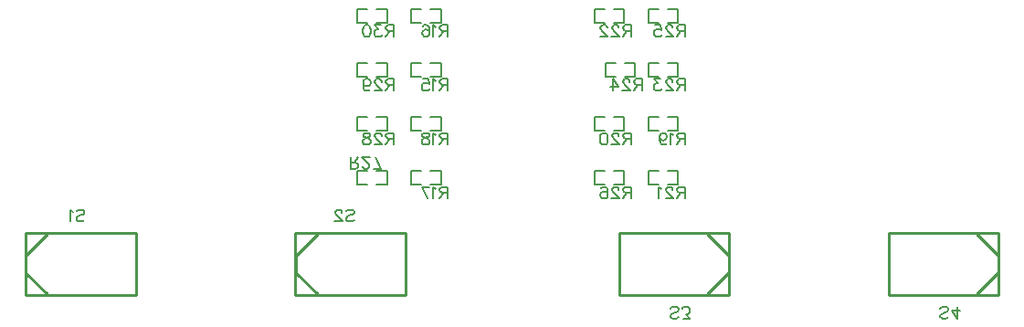
<source format=gbo>
G04 Layer: BottomSilkscreenLayer*
G04 EasyEDA v6.5.20, 2022-10-24 14:32:38*
G04 8d121422a4ac45e995a65f3fcbcb15b0,c6a1bf633b9a4ba285e4988a7d74c357,10*
G04 Gerber Generator version 0.2*
G04 Scale: 100 percent, Rotated: No, Reflected: No *
G04 Dimensions in millimeters *
G04 leading zeros omitted , absolute positions ,4 integer and 5 decimal *
%FSLAX45Y45*%
%MOMM*%

%ADD10C,0.1524*%
%ADD11C,0.2540*%

%LPD*%
D10*
X8799982Y-4384675D02*
G01*
X8799982Y-4493640D01*
X8799982Y-4384675D02*
G01*
X8753246Y-4384675D01*
X8737752Y-4389755D01*
X8732418Y-4395089D01*
X8727338Y-4405503D01*
X8727338Y-4415917D01*
X8732418Y-4426331D01*
X8737752Y-4431411D01*
X8753246Y-4436490D01*
X8799982Y-4436490D01*
X8763660Y-4436490D02*
G01*
X8727338Y-4493640D01*
X8693048Y-4405503D02*
G01*
X8682634Y-4400169D01*
X8666886Y-4384675D01*
X8666886Y-4493640D01*
X8570366Y-4384675D02*
G01*
X8622182Y-4384675D01*
X8627516Y-4431411D01*
X8622182Y-4426331D01*
X8606688Y-4420997D01*
X8591194Y-4420997D01*
X8575446Y-4426331D01*
X8565032Y-4436490D01*
X8559952Y-4452239D01*
X8559952Y-4462653D01*
X8565032Y-4478147D01*
X8575446Y-4488561D01*
X8591194Y-4493640D01*
X8606688Y-4493640D01*
X8622182Y-4488561D01*
X8627516Y-4483481D01*
X8632596Y-4473067D01*
X8799982Y-3884676D02*
G01*
X8799982Y-3993642D01*
X8799982Y-3884676D02*
G01*
X8753246Y-3884676D01*
X8737752Y-3889756D01*
X8732418Y-3895090D01*
X8727338Y-3905504D01*
X8727338Y-3915918D01*
X8732418Y-3926332D01*
X8737752Y-3931412D01*
X8753246Y-3936492D01*
X8799982Y-3936492D01*
X8763660Y-3936492D02*
G01*
X8727338Y-3993642D01*
X8693048Y-3905504D02*
G01*
X8682634Y-3900170D01*
X8666886Y-3884676D01*
X8666886Y-3993642D01*
X8570366Y-3900170D02*
G01*
X8575446Y-3889756D01*
X8591194Y-3884676D01*
X8601608Y-3884676D01*
X8617102Y-3889756D01*
X8627516Y-3905504D01*
X8632596Y-3931412D01*
X8632596Y-3957320D01*
X8627516Y-3978148D01*
X8617102Y-3988562D01*
X8601608Y-3993642D01*
X8596274Y-3993642D01*
X8580780Y-3988562D01*
X8570366Y-3978148D01*
X8565032Y-3962654D01*
X8565032Y-3957320D01*
X8570366Y-3941826D01*
X8580780Y-3931412D01*
X8596274Y-3926332D01*
X8601608Y-3926332D01*
X8617102Y-3931412D01*
X8627516Y-3941826D01*
X8632596Y-3957320D01*
X8799982Y-5384673D02*
G01*
X8799982Y-5493639D01*
X8799982Y-5384673D02*
G01*
X8753246Y-5384673D01*
X8737752Y-5389753D01*
X8732418Y-5395087D01*
X8727338Y-5405501D01*
X8727338Y-5415915D01*
X8732418Y-5426329D01*
X8737752Y-5431409D01*
X8753246Y-5436489D01*
X8799982Y-5436489D01*
X8763660Y-5436489D02*
G01*
X8727338Y-5493639D01*
X8693048Y-5405501D02*
G01*
X8682634Y-5400167D01*
X8666886Y-5384673D01*
X8666886Y-5493639D01*
X8559952Y-5384673D02*
G01*
X8612022Y-5493639D01*
X8632596Y-5384673D02*
G01*
X8559952Y-5384673D01*
X8799982Y-4884673D02*
G01*
X8799982Y-4993640D01*
X8799982Y-4884673D02*
G01*
X8753246Y-4884673D01*
X8737752Y-4889754D01*
X8732418Y-4895088D01*
X8727338Y-4905502D01*
X8727338Y-4915915D01*
X8732418Y-4926330D01*
X8737752Y-4931410D01*
X8753246Y-4936490D01*
X8799982Y-4936490D01*
X8763660Y-4936490D02*
G01*
X8727338Y-4993640D01*
X8693048Y-4905502D02*
G01*
X8682634Y-4900168D01*
X8666886Y-4884673D01*
X8666886Y-4993640D01*
X8606688Y-4884673D02*
G01*
X8622182Y-4889754D01*
X8627516Y-4900168D01*
X8627516Y-4910582D01*
X8622182Y-4920996D01*
X8612022Y-4926330D01*
X8591194Y-4931410D01*
X8575446Y-4936490D01*
X8565032Y-4946904D01*
X8559952Y-4957318D01*
X8559952Y-4973065D01*
X8565032Y-4983480D01*
X8570366Y-4988560D01*
X8585860Y-4993640D01*
X8606688Y-4993640D01*
X8622182Y-4988560D01*
X8627516Y-4983480D01*
X8632596Y-4973065D01*
X8632596Y-4957318D01*
X8627516Y-4946904D01*
X8617102Y-4936490D01*
X8601608Y-4931410D01*
X8580780Y-4926330D01*
X8570366Y-4920996D01*
X8565032Y-4910582D01*
X8565032Y-4900168D01*
X8570366Y-4889754D01*
X8585860Y-4884673D01*
X8606688Y-4884673D01*
X10999977Y-4884673D02*
G01*
X10999977Y-4993640D01*
X10999977Y-4884673D02*
G01*
X10953241Y-4884673D01*
X10937747Y-4889754D01*
X10932413Y-4895088D01*
X10927334Y-4905502D01*
X10927334Y-4915915D01*
X10932413Y-4926330D01*
X10937747Y-4931410D01*
X10953241Y-4936490D01*
X10999977Y-4936490D01*
X10963656Y-4936490D02*
G01*
X10927334Y-4993640D01*
X10893043Y-4905502D02*
G01*
X10882629Y-4900168D01*
X10866881Y-4884673D01*
X10866881Y-4993640D01*
X10765027Y-4920996D02*
G01*
X10770361Y-4936490D01*
X10780775Y-4946904D01*
X10796270Y-4952238D01*
X10801604Y-4952238D01*
X10817097Y-4946904D01*
X10827511Y-4936490D01*
X10832591Y-4920996D01*
X10832591Y-4915915D01*
X10827511Y-4900168D01*
X10817097Y-4889754D01*
X10801604Y-4884673D01*
X10796270Y-4884673D01*
X10780775Y-4889754D01*
X10770361Y-4900168D01*
X10765027Y-4920996D01*
X10765027Y-4946904D01*
X10770361Y-4973065D01*
X10780775Y-4988560D01*
X10796270Y-4993640D01*
X10806684Y-4993640D01*
X10822177Y-4988560D01*
X10827511Y-4978146D01*
X10499979Y-4884673D02*
G01*
X10499979Y-4993640D01*
X10499979Y-4884673D02*
G01*
X10453243Y-4884673D01*
X10437748Y-4889754D01*
X10432414Y-4895088D01*
X10427334Y-4905502D01*
X10427334Y-4915915D01*
X10432414Y-4926330D01*
X10437748Y-4931410D01*
X10453243Y-4936490D01*
X10499979Y-4936490D01*
X10463656Y-4936490D02*
G01*
X10427334Y-4993640D01*
X10387711Y-4910582D02*
G01*
X10387711Y-4905502D01*
X10382631Y-4895088D01*
X10377297Y-4889754D01*
X10366882Y-4884673D01*
X10346309Y-4884673D01*
X10335895Y-4889754D01*
X10330561Y-4895088D01*
X10325481Y-4905502D01*
X10325481Y-4915915D01*
X10330561Y-4926330D01*
X10340975Y-4941823D01*
X10393045Y-4993640D01*
X10320147Y-4993640D01*
X10254868Y-4884673D02*
G01*
X10270363Y-4889754D01*
X10280777Y-4905502D01*
X10285856Y-4931410D01*
X10285856Y-4946904D01*
X10280777Y-4973065D01*
X10270363Y-4988560D01*
X10254868Y-4993640D01*
X10244454Y-4993640D01*
X10228706Y-4988560D01*
X10218293Y-4973065D01*
X10213213Y-4946904D01*
X10213213Y-4931410D01*
X10218293Y-4905502D01*
X10228706Y-4889754D01*
X10244454Y-4884673D01*
X10254868Y-4884673D01*
X10999977Y-5384673D02*
G01*
X10999977Y-5493639D01*
X10999977Y-5384673D02*
G01*
X10953241Y-5384673D01*
X10937747Y-5389753D01*
X10932413Y-5395087D01*
X10927334Y-5405501D01*
X10927334Y-5415915D01*
X10932413Y-5426329D01*
X10937747Y-5431409D01*
X10953241Y-5436489D01*
X10999977Y-5436489D01*
X10963656Y-5436489D02*
G01*
X10927334Y-5493639D01*
X10887709Y-5410581D02*
G01*
X10887709Y-5405501D01*
X10882629Y-5395087D01*
X10877295Y-5389753D01*
X10866881Y-5384673D01*
X10846307Y-5384673D01*
X10835893Y-5389753D01*
X10830559Y-5395087D01*
X10825479Y-5405501D01*
X10825479Y-5415915D01*
X10830559Y-5426329D01*
X10840973Y-5441823D01*
X10893043Y-5493639D01*
X10820145Y-5493639D01*
X10785856Y-5405501D02*
G01*
X10775441Y-5400167D01*
X10759947Y-5384673D01*
X10759947Y-5493639D01*
X10499979Y-3884676D02*
G01*
X10499979Y-3993642D01*
X10499979Y-3884676D02*
G01*
X10453243Y-3884676D01*
X10437748Y-3889756D01*
X10432414Y-3895090D01*
X10427334Y-3905504D01*
X10427334Y-3915918D01*
X10432414Y-3926332D01*
X10437748Y-3931412D01*
X10453243Y-3936492D01*
X10499979Y-3936492D01*
X10463656Y-3936492D02*
G01*
X10427334Y-3993642D01*
X10387711Y-3910584D02*
G01*
X10387711Y-3905504D01*
X10382631Y-3895090D01*
X10377297Y-3889756D01*
X10366882Y-3884676D01*
X10346309Y-3884676D01*
X10335895Y-3889756D01*
X10330561Y-3895090D01*
X10325481Y-3905504D01*
X10325481Y-3915918D01*
X10330561Y-3926332D01*
X10340975Y-3941826D01*
X10393045Y-3993642D01*
X10320147Y-3993642D01*
X10280777Y-3910584D02*
G01*
X10280777Y-3905504D01*
X10275443Y-3895090D01*
X10270363Y-3889756D01*
X10259948Y-3884676D01*
X10239120Y-3884676D01*
X10228706Y-3889756D01*
X10223627Y-3895090D01*
X10218293Y-3905504D01*
X10218293Y-3915918D01*
X10223627Y-3926332D01*
X10234040Y-3941826D01*
X10285856Y-3993642D01*
X10213213Y-3993642D01*
X10999977Y-4384675D02*
G01*
X10999977Y-4493640D01*
X10999977Y-4384675D02*
G01*
X10953241Y-4384675D01*
X10937747Y-4389755D01*
X10932413Y-4395089D01*
X10927334Y-4405503D01*
X10927334Y-4415917D01*
X10932413Y-4426331D01*
X10937747Y-4431411D01*
X10953241Y-4436490D01*
X10999977Y-4436490D01*
X10963656Y-4436490D02*
G01*
X10927334Y-4493640D01*
X10887709Y-4410582D02*
G01*
X10887709Y-4405503D01*
X10882629Y-4395089D01*
X10877295Y-4389755D01*
X10866881Y-4384675D01*
X10846307Y-4384675D01*
X10835893Y-4389755D01*
X10830559Y-4395089D01*
X10825479Y-4405503D01*
X10825479Y-4415917D01*
X10830559Y-4426331D01*
X10840973Y-4441825D01*
X10893043Y-4493640D01*
X10820145Y-4493640D01*
X10775441Y-4384675D02*
G01*
X10718291Y-4384675D01*
X10749534Y-4426331D01*
X10734039Y-4426331D01*
X10723625Y-4431411D01*
X10718291Y-4436490D01*
X10713211Y-4452239D01*
X10713211Y-4462653D01*
X10718291Y-4478147D01*
X10728706Y-4488561D01*
X10744454Y-4493640D01*
X10759947Y-4493640D01*
X10775441Y-4488561D01*
X10780775Y-4483481D01*
X10785856Y-4473067D01*
X10599978Y-4384675D02*
G01*
X10599978Y-4493640D01*
X10599978Y-4384675D02*
G01*
X10553242Y-4384675D01*
X10537748Y-4389755D01*
X10532414Y-4395089D01*
X10527334Y-4405503D01*
X10527334Y-4415917D01*
X10532414Y-4426331D01*
X10537748Y-4431411D01*
X10553242Y-4436490D01*
X10599978Y-4436490D01*
X10563656Y-4436490D02*
G01*
X10527334Y-4493640D01*
X10487710Y-4410582D02*
G01*
X10487710Y-4405503D01*
X10482630Y-4395089D01*
X10477296Y-4389755D01*
X10466882Y-4384675D01*
X10446308Y-4384675D01*
X10435894Y-4389755D01*
X10430560Y-4395089D01*
X10425480Y-4405503D01*
X10425480Y-4415917D01*
X10430560Y-4426331D01*
X10440974Y-4441825D01*
X10493044Y-4493640D01*
X10420146Y-4493640D01*
X10334040Y-4384675D02*
G01*
X10385856Y-4457319D01*
X10307878Y-4457319D01*
X10334040Y-4384675D02*
G01*
X10334040Y-4493640D01*
X10999977Y-3884676D02*
G01*
X10999977Y-3993642D01*
X10999977Y-3884676D02*
G01*
X10953241Y-3884676D01*
X10937747Y-3889756D01*
X10932413Y-3895090D01*
X10927334Y-3905504D01*
X10927334Y-3915918D01*
X10932413Y-3926332D01*
X10937747Y-3931412D01*
X10953241Y-3936492D01*
X10999977Y-3936492D01*
X10963656Y-3936492D02*
G01*
X10927334Y-3993642D01*
X10887709Y-3910584D02*
G01*
X10887709Y-3905504D01*
X10882629Y-3895090D01*
X10877295Y-3889756D01*
X10866881Y-3884676D01*
X10846307Y-3884676D01*
X10835893Y-3889756D01*
X10830559Y-3895090D01*
X10825479Y-3905504D01*
X10825479Y-3915918D01*
X10830559Y-3926332D01*
X10840973Y-3941826D01*
X10893043Y-3993642D01*
X10820145Y-3993642D01*
X10723625Y-3884676D02*
G01*
X10775441Y-3884676D01*
X10780775Y-3931412D01*
X10775441Y-3926332D01*
X10759947Y-3920998D01*
X10744454Y-3920998D01*
X10728706Y-3926332D01*
X10718291Y-3936492D01*
X10713211Y-3952240D01*
X10713211Y-3962654D01*
X10718291Y-3978148D01*
X10728706Y-3988562D01*
X10744454Y-3993642D01*
X10759947Y-3993642D01*
X10775441Y-3988562D01*
X10780775Y-3983482D01*
X10785856Y-3973068D01*
X10499979Y-5384673D02*
G01*
X10499979Y-5493639D01*
X10499979Y-5384673D02*
G01*
X10453243Y-5384673D01*
X10437748Y-5389753D01*
X10432414Y-5395087D01*
X10427334Y-5405501D01*
X10427334Y-5415915D01*
X10432414Y-5426329D01*
X10437748Y-5431409D01*
X10453243Y-5436489D01*
X10499979Y-5436489D01*
X10463656Y-5436489D02*
G01*
X10427334Y-5493639D01*
X10387711Y-5410581D02*
G01*
X10387711Y-5405501D01*
X10382631Y-5395087D01*
X10377297Y-5389753D01*
X10366882Y-5384673D01*
X10346309Y-5384673D01*
X10335895Y-5389753D01*
X10330561Y-5395087D01*
X10325481Y-5405501D01*
X10325481Y-5415915D01*
X10330561Y-5426329D01*
X10340975Y-5441823D01*
X10393045Y-5493639D01*
X10320147Y-5493639D01*
X10223627Y-5400167D02*
G01*
X10228706Y-5389753D01*
X10244454Y-5384673D01*
X10254868Y-5384673D01*
X10270363Y-5389753D01*
X10280777Y-5405501D01*
X10285856Y-5431409D01*
X10285856Y-5457317D01*
X10280777Y-5478145D01*
X10270363Y-5488559D01*
X10254868Y-5493639D01*
X10249534Y-5493639D01*
X10234040Y-5488559D01*
X10223627Y-5478145D01*
X10218293Y-5462651D01*
X10218293Y-5457317D01*
X10223627Y-5441823D01*
X10234040Y-5431409D01*
X10249534Y-5426329D01*
X10254868Y-5426329D01*
X10270363Y-5431409D01*
X10280777Y-5441823D01*
X10285856Y-5457317D01*
X7899984Y-5215305D02*
G01*
X7899984Y-5106339D01*
X7899984Y-5215305D02*
G01*
X7946720Y-5215305D01*
X7962214Y-5210225D01*
X7967548Y-5204891D01*
X7972628Y-5194477D01*
X7972628Y-5184063D01*
X7967548Y-5173649D01*
X7962214Y-5168569D01*
X7946720Y-5163489D01*
X7899984Y-5163489D01*
X7936306Y-5163489D02*
G01*
X7972628Y-5106339D01*
X8012252Y-5189397D02*
G01*
X8012252Y-5194477D01*
X8017332Y-5204891D01*
X8022666Y-5210225D01*
X8033080Y-5215305D01*
X8053654Y-5215305D01*
X8064068Y-5210225D01*
X8069402Y-5204891D01*
X8074482Y-5194477D01*
X8074482Y-5184063D01*
X8069402Y-5173649D01*
X8058988Y-5158155D01*
X8006918Y-5106339D01*
X8079816Y-5106339D01*
X8186750Y-5215305D02*
G01*
X8134934Y-5106339D01*
X8114106Y-5215305D02*
G01*
X8186750Y-5215305D01*
X8299983Y-4884673D02*
G01*
X8299983Y-4993640D01*
X8299983Y-4884673D02*
G01*
X8253247Y-4884673D01*
X8237753Y-4889754D01*
X8232419Y-4895088D01*
X8227339Y-4905502D01*
X8227339Y-4915915D01*
X8232419Y-4926330D01*
X8237753Y-4931410D01*
X8253247Y-4936490D01*
X8299983Y-4936490D01*
X8263661Y-4936490D02*
G01*
X8227339Y-4993640D01*
X8187715Y-4910582D02*
G01*
X8187715Y-4905502D01*
X8182635Y-4895088D01*
X8177301Y-4889754D01*
X8166887Y-4884673D01*
X8146313Y-4884673D01*
X8135899Y-4889754D01*
X8130565Y-4895088D01*
X8125485Y-4905502D01*
X8125485Y-4915915D01*
X8130565Y-4926330D01*
X8140979Y-4941823D01*
X8193049Y-4993640D01*
X8120151Y-4993640D01*
X8059953Y-4884673D02*
G01*
X8075447Y-4889754D01*
X8080781Y-4900168D01*
X8080781Y-4910582D01*
X8075447Y-4920996D01*
X8065033Y-4926330D01*
X8044459Y-4931410D01*
X8028711Y-4936490D01*
X8018297Y-4946904D01*
X8013217Y-4957318D01*
X8013217Y-4973065D01*
X8018297Y-4983480D01*
X8023631Y-4988560D01*
X8039125Y-4993640D01*
X8059953Y-4993640D01*
X8075447Y-4988560D01*
X8080781Y-4983480D01*
X8085861Y-4973065D01*
X8085861Y-4957318D01*
X8080781Y-4946904D01*
X8070367Y-4936490D01*
X8054873Y-4931410D01*
X8034045Y-4926330D01*
X8023631Y-4920996D01*
X8018297Y-4910582D01*
X8018297Y-4900168D01*
X8023631Y-4889754D01*
X8039125Y-4884673D01*
X8059953Y-4884673D01*
X8299983Y-4384675D02*
G01*
X8299983Y-4493640D01*
X8299983Y-4384675D02*
G01*
X8253247Y-4384675D01*
X8237753Y-4389755D01*
X8232419Y-4395089D01*
X8227339Y-4405503D01*
X8227339Y-4415917D01*
X8232419Y-4426331D01*
X8237753Y-4431411D01*
X8253247Y-4436490D01*
X8299983Y-4436490D01*
X8263661Y-4436490D02*
G01*
X8227339Y-4493640D01*
X8187715Y-4410582D02*
G01*
X8187715Y-4405503D01*
X8182635Y-4395089D01*
X8177301Y-4389755D01*
X8166887Y-4384675D01*
X8146313Y-4384675D01*
X8135899Y-4389755D01*
X8130565Y-4395089D01*
X8125485Y-4405503D01*
X8125485Y-4415917D01*
X8130565Y-4426331D01*
X8140979Y-4441825D01*
X8193049Y-4493640D01*
X8120151Y-4493640D01*
X8018297Y-4420997D02*
G01*
X8023631Y-4436490D01*
X8034045Y-4446905D01*
X8049539Y-4452239D01*
X8054873Y-4452239D01*
X8070367Y-4446905D01*
X8080781Y-4436490D01*
X8085861Y-4420997D01*
X8085861Y-4415917D01*
X8080781Y-4400169D01*
X8070367Y-4389755D01*
X8054873Y-4384675D01*
X8049539Y-4384675D01*
X8034045Y-4389755D01*
X8023631Y-4400169D01*
X8018297Y-4420997D01*
X8018297Y-4446905D01*
X8023631Y-4473067D01*
X8034045Y-4488561D01*
X8049539Y-4493640D01*
X8059953Y-4493640D01*
X8075447Y-4488561D01*
X8080781Y-4478147D01*
X8299983Y-3884676D02*
G01*
X8299983Y-3993642D01*
X8299983Y-3884676D02*
G01*
X8253247Y-3884676D01*
X8237753Y-3889756D01*
X8232419Y-3895090D01*
X8227339Y-3905504D01*
X8227339Y-3915918D01*
X8232419Y-3926332D01*
X8237753Y-3931412D01*
X8253247Y-3936492D01*
X8299983Y-3936492D01*
X8263661Y-3936492D02*
G01*
X8227339Y-3993642D01*
X8182635Y-3884676D02*
G01*
X8125485Y-3884676D01*
X8156473Y-3926332D01*
X8140979Y-3926332D01*
X8130565Y-3931412D01*
X8125485Y-3936492D01*
X8120151Y-3952240D01*
X8120151Y-3962654D01*
X8125485Y-3978148D01*
X8135899Y-3988562D01*
X8151393Y-3993642D01*
X8166887Y-3993642D01*
X8182635Y-3988562D01*
X8187715Y-3983482D01*
X8193049Y-3973068D01*
X8054873Y-3884676D02*
G01*
X8070367Y-3889756D01*
X8080781Y-3905504D01*
X8085861Y-3931412D01*
X8085861Y-3946906D01*
X8080781Y-3973068D01*
X8070367Y-3988562D01*
X8054873Y-3993642D01*
X8044459Y-3993642D01*
X8028711Y-3988562D01*
X8018297Y-3973068D01*
X8013217Y-3946906D01*
X8013217Y-3931412D01*
X8018297Y-3905504D01*
X8028711Y-3889756D01*
X8044459Y-3884676D01*
X8054873Y-3884676D01*
X5360619Y-5611799D02*
G01*
X5371033Y-5601385D01*
X5386527Y-5596305D01*
X5407355Y-5596305D01*
X5422849Y-5601385D01*
X5433263Y-5611799D01*
X5433263Y-5622213D01*
X5428183Y-5632627D01*
X5422849Y-5637961D01*
X5412435Y-5643041D01*
X5381193Y-5653455D01*
X5371033Y-5658535D01*
X5365699Y-5663869D01*
X5360619Y-5674283D01*
X5360619Y-5689777D01*
X5371033Y-5700191D01*
X5386527Y-5705271D01*
X5407355Y-5705271D01*
X5422849Y-5700191D01*
X5433263Y-5689777D01*
X5326329Y-5617133D02*
G01*
X5315915Y-5611799D01*
X5300167Y-5596305D01*
X5300167Y-5705271D01*
X7860614Y-5611799D02*
G01*
X7871028Y-5601385D01*
X7886522Y-5596305D01*
X7907350Y-5596305D01*
X7922844Y-5601385D01*
X7933258Y-5611799D01*
X7933258Y-5622213D01*
X7928178Y-5632627D01*
X7922844Y-5637961D01*
X7912430Y-5643041D01*
X7881188Y-5653455D01*
X7871028Y-5658535D01*
X7865694Y-5663869D01*
X7860614Y-5674283D01*
X7860614Y-5689777D01*
X7871028Y-5700191D01*
X7886522Y-5705271D01*
X7907350Y-5705271D01*
X7922844Y-5700191D01*
X7933258Y-5689777D01*
X7820990Y-5622213D02*
G01*
X7820990Y-5617133D01*
X7815910Y-5606719D01*
X7810576Y-5601385D01*
X7800162Y-5596305D01*
X7779588Y-5596305D01*
X7769174Y-5601385D01*
X7763840Y-5606719D01*
X7758760Y-5617133D01*
X7758760Y-5627547D01*
X7763840Y-5637961D01*
X7774254Y-5653455D01*
X7826324Y-5705271D01*
X7753426Y-5705271D01*
X10939348Y-6588175D02*
G01*
X10928934Y-6598589D01*
X10913440Y-6603669D01*
X10892612Y-6603669D01*
X10877118Y-6598589D01*
X10866704Y-6588175D01*
X10866704Y-6577761D01*
X10871784Y-6567347D01*
X10877118Y-6562013D01*
X10887532Y-6556933D01*
X10918774Y-6546519D01*
X10928934Y-6541439D01*
X10934268Y-6536105D01*
X10939348Y-6525691D01*
X10939348Y-6510197D01*
X10928934Y-6499783D01*
X10913440Y-6494703D01*
X10892612Y-6494703D01*
X10877118Y-6499783D01*
X10866704Y-6510197D01*
X10984052Y-6603669D02*
G01*
X11041202Y-6603669D01*
X11010214Y-6562013D01*
X11025708Y-6562013D01*
X11036122Y-6556933D01*
X11041202Y-6551853D01*
X11046536Y-6536105D01*
X11046536Y-6525691D01*
X11041202Y-6510197D01*
X11030788Y-6499783D01*
X11015294Y-6494703D01*
X10999800Y-6494703D01*
X10984052Y-6499783D01*
X10978972Y-6504863D01*
X10973638Y-6515277D01*
X13439343Y-6588175D02*
G01*
X13428929Y-6598589D01*
X13413435Y-6603669D01*
X13392607Y-6603669D01*
X13377113Y-6598589D01*
X13366699Y-6588175D01*
X13366699Y-6577761D01*
X13371779Y-6567347D01*
X13377113Y-6562013D01*
X13387527Y-6556933D01*
X13418769Y-6546519D01*
X13428929Y-6541439D01*
X13434263Y-6536105D01*
X13439343Y-6525691D01*
X13439343Y-6510197D01*
X13428929Y-6499783D01*
X13413435Y-6494703D01*
X13392607Y-6494703D01*
X13377113Y-6499783D01*
X13366699Y-6510197D01*
X13525703Y-6603669D02*
G01*
X13473633Y-6531025D01*
X13551611Y-6531025D01*
X13525703Y-6603669D02*
G01*
X13525703Y-6494703D01*
X8642604Y-4233931D02*
G01*
X8738491Y-4233931D01*
X8738491Y-4366051D01*
X8642604Y-4366051D01*
X8557361Y-4233931D02*
G01*
X8461474Y-4233931D01*
X8461474Y-4366051D01*
X8557361Y-4366051D01*
X8557361Y-3866052D02*
G01*
X8461474Y-3866052D01*
X8461474Y-3733932D01*
X8557361Y-3733932D01*
X8642604Y-3866052D02*
G01*
X8738491Y-3866052D01*
X8738491Y-3733932D01*
X8642604Y-3733932D01*
X8557361Y-5366049D02*
G01*
X8461474Y-5366049D01*
X8461474Y-5233929D01*
X8557361Y-5233929D01*
X8642604Y-5366049D02*
G01*
X8738491Y-5366049D01*
X8738491Y-5233929D01*
X8642604Y-5233929D01*
X8642604Y-4733930D02*
G01*
X8738491Y-4733930D01*
X8738491Y-4866050D01*
X8642604Y-4866050D01*
X8557361Y-4733930D02*
G01*
X8461474Y-4733930D01*
X8461474Y-4866050D01*
X8557361Y-4866050D01*
X10757357Y-4866050D02*
G01*
X10661469Y-4866050D01*
X10661469Y-4733930D01*
X10757357Y-4733930D01*
X10842599Y-4866050D02*
G01*
X10938487Y-4866050D01*
X10938487Y-4733930D01*
X10842599Y-4733930D01*
X10342600Y-4733930D02*
G01*
X10438488Y-4733930D01*
X10438488Y-4866050D01*
X10342600Y-4866050D01*
X10257358Y-4733930D02*
G01*
X10161470Y-4733930D01*
X10161470Y-4866050D01*
X10257358Y-4866050D01*
X10757357Y-5366049D02*
G01*
X10661469Y-5366049D01*
X10661469Y-5233929D01*
X10757357Y-5233929D01*
X10842599Y-5366049D02*
G01*
X10938487Y-5366049D01*
X10938487Y-5233929D01*
X10842599Y-5233929D01*
X10257358Y-3866052D02*
G01*
X10161470Y-3866052D01*
X10161470Y-3733932D01*
X10257358Y-3733932D01*
X10342600Y-3866052D02*
G01*
X10438488Y-3866052D01*
X10438488Y-3733932D01*
X10342600Y-3733932D01*
X10842599Y-4233931D02*
G01*
X10938487Y-4233931D01*
X10938487Y-4366051D01*
X10842599Y-4366051D01*
X10757357Y-4233931D02*
G01*
X10661469Y-4233931D01*
X10661469Y-4366051D01*
X10757357Y-4366051D01*
X10357357Y-4366051D02*
G01*
X10261470Y-4366051D01*
X10261470Y-4233931D01*
X10357357Y-4233931D01*
X10442600Y-4366051D02*
G01*
X10538487Y-4366051D01*
X10538487Y-4233931D01*
X10442600Y-4233931D01*
X10842599Y-3733932D02*
G01*
X10938487Y-3733932D01*
X10938487Y-3866052D01*
X10842599Y-3866052D01*
X10757357Y-3733932D02*
G01*
X10661469Y-3733932D01*
X10661469Y-3866052D01*
X10757357Y-3866052D01*
X10257358Y-5366049D02*
G01*
X10161470Y-5366049D01*
X10161470Y-5233929D01*
X10257358Y-5233929D01*
X10342600Y-5366049D02*
G01*
X10438488Y-5366049D01*
X10438488Y-5233929D01*
X10342600Y-5233929D01*
X8142604Y-5233929D02*
G01*
X8238492Y-5233929D01*
X8238492Y-5366049D01*
X8142604Y-5366049D01*
X8057362Y-5233929D02*
G01*
X7961475Y-5233929D01*
X7961475Y-5366049D01*
X8057362Y-5366049D01*
X8057362Y-4866050D02*
G01*
X7961475Y-4866050D01*
X7961475Y-4733930D01*
X8057362Y-4733930D01*
X8142604Y-4866050D02*
G01*
X8238492Y-4866050D01*
X8238492Y-4733930D01*
X8142604Y-4733930D01*
X8142604Y-4233931D02*
G01*
X8238492Y-4233931D01*
X8238492Y-4366051D01*
X8142604Y-4366051D01*
X8057362Y-4233931D02*
G01*
X7961475Y-4233931D01*
X7961475Y-4366051D01*
X8057362Y-4366051D01*
X8057362Y-3866052D02*
G01*
X7961475Y-3866052D01*
X7961475Y-3733932D01*
X8057362Y-3733932D01*
X8142604Y-3866052D02*
G01*
X8238492Y-3866052D01*
X8238492Y-3733932D01*
X8142604Y-3733932D01*
D11*
X5910910Y-6390208D02*
G01*
X5910910Y-5810224D01*
X5910910Y-5810224D02*
G01*
X4890897Y-5810224D01*
X5910910Y-6390208D02*
G01*
X4890897Y-6390208D01*
X4890897Y-5810224D02*
G01*
X4890897Y-6390208D01*
X5096103Y-5820816D02*
G01*
X4892903Y-6024016D01*
X4892903Y-6180277D01*
X5096103Y-6379616D01*
X8410905Y-6390208D02*
G01*
X8410905Y-5810224D01*
X8410905Y-5810224D02*
G01*
X7390891Y-5810224D01*
X8410905Y-6390208D02*
G01*
X7390891Y-6390208D01*
X7390891Y-5810224D02*
G01*
X7390891Y-6390208D01*
X7596098Y-5820816D02*
G01*
X7392898Y-6024016D01*
X7392898Y-6180277D01*
X7596098Y-6379616D01*
X10389057Y-5809767D02*
G01*
X10389057Y-6389751D01*
X10389057Y-6389751D02*
G01*
X11409070Y-6389751D01*
X10389057Y-5809767D02*
G01*
X11409070Y-5809767D01*
X11409070Y-6389751D02*
G01*
X11409070Y-5809767D01*
X11203863Y-6379159D02*
G01*
X11407063Y-6175959D01*
X11407063Y-6019698D01*
X11203863Y-5820359D01*
X12889052Y-5809767D02*
G01*
X12889052Y-6389751D01*
X12889052Y-6389751D02*
G01*
X13909065Y-6389751D01*
X12889052Y-5809767D02*
G01*
X13909065Y-5809767D01*
X13909065Y-6389751D02*
G01*
X13909065Y-5809767D01*
X13703858Y-6379159D02*
G01*
X13907058Y-6175959D01*
X13907058Y-6019698D01*
X13703858Y-5820359D01*
M02*

</source>
